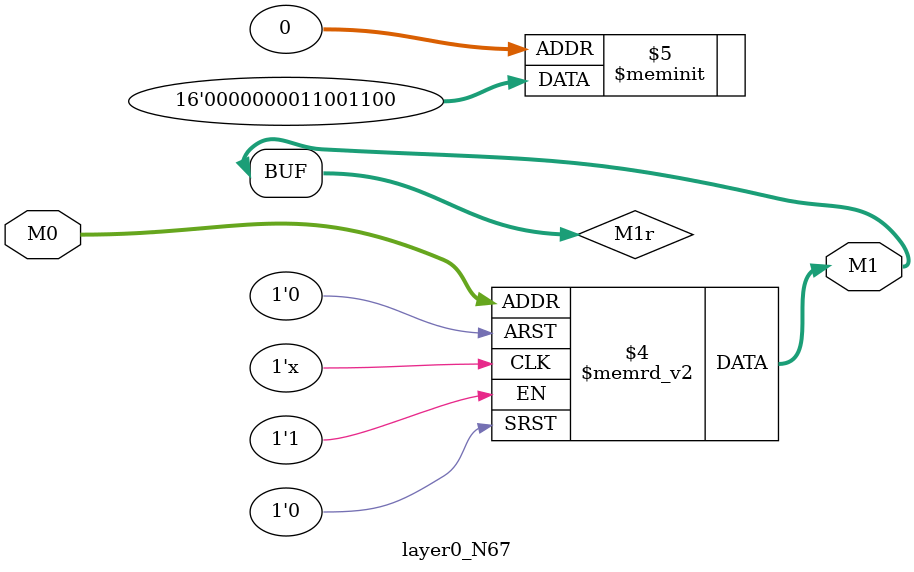
<source format=v>
module layer0_N67 ( input [2:0] M0, output [1:0] M1 );

	(*rom_style = "distributed" *) reg [1:0] M1r;
	assign M1 = M1r;
	always @ (M0) begin
		case (M0)
			3'b000: M1r = 2'b00;
			3'b100: M1r = 2'b00;
			3'b010: M1r = 2'b00;
			3'b110: M1r = 2'b00;
			3'b001: M1r = 2'b11;
			3'b101: M1r = 2'b00;
			3'b011: M1r = 2'b11;
			3'b111: M1r = 2'b00;

		endcase
	end
endmodule

</source>
